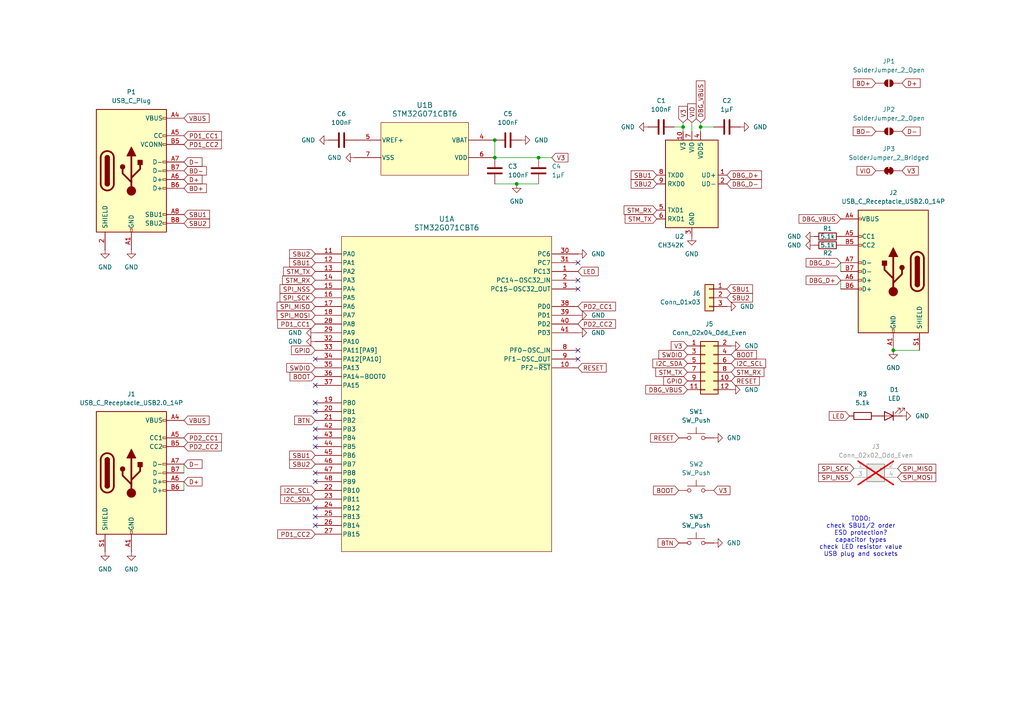
<source format=kicad_sch>
(kicad_sch (version 20231120) (generator "eeschema") (generator_version "8.0")
  (paper "A4")
  (lib_symbols
    (symbol "Connector:USB_C_Plug" (pin_names (offset 1.016))
      (property "Reference" "P1" (at 0 33.02 0))
      (property "Value" "USB_C_Plug" (at 0 30.48 0))
      (symbol "USB_C_Plug_0_0"
        (rectangle (start -0.254 -6.604) (end 0.254 -7.62))
        (rectangle (start 9.144 5.334) (end 10.16 4.826))
        (rectangle (start 9.144 7.874) (end 10.16 7.366))
        (rectangle (start 9.144 10.414) (end 10.16 9.906))
        (rectangle (start 9.144 12.954) (end 10.16 12.446))
        (rectangle (start 9.144 18.034) (end 10.16 17.526))
        (rectangle (start 10.16 -4.826) (end 9.144 -5.334))
        (rectangle (start 10.16 -2.286) (end 9.144 -2.794))
        (rectangle (start 10.16 20.574) (end 9.144 20.066))
        (rectangle (start 10.16 25.654) (end 9.144 25.146))
      )
      (symbol "USB_C_Plug_0_1"
        (rectangle (start -10.16 27.94) (end 10.16 -7.62) (stroke (width 0.254)) (fill (type background)))
        (arc (start -8.89 6.35) (mid -6.985 4.4533) (end -5.08 6.35) (stroke (width 0.508)))
        (arc (start -7.62 6.35) (mid -6.985 5.7177) (end -6.35 6.35) (stroke (width 0.254)))
        (arc (start -7.62 6.35) (mid -6.985 5.7177) (end -6.35 6.35) (stroke (width 0.254)) (fill (type outline)))
        (rectangle (start -7.62 6.35) (end -6.35 13.97) (stroke (width 0.254)) (fill (type outline)))
        (arc (start -6.35 13.97) (mid -6.985 14.6023) (end -7.62 13.97) (stroke (width 0.254)))
        (arc (start -6.35 13.97) (mid -6.985 14.6023) (end -7.62 13.97) (stroke (width 0.254)) (fill (type outline)))
        (arc (start -5.08 13.97) (mid -6.985 15.8667) (end -8.89 13.97) (stroke (width 0.508)))
        (polyline (pts (xy -8.89 6.35) (xy -8.89 13.97)) (stroke (width 0.508)))
        (polyline (pts (xy -5.08 13.97) (xy -5.08 6.35)) (stroke (width 0.508)))
      )
      (symbol "USB_C_Plug_1_1"
        (circle (center -2.54 11.303) (radius 0.635) (stroke (width 0.254)) (fill (type outline)))
        (polyline (pts (xy 0 4.318) (xy 0 14.478)) (stroke (width 0.508)))
        (polyline (pts (xy 0 6.858) (xy -2.54 9.398) (xy -2.54 10.668)) (stroke (width 0.508)))
        (polyline (pts (xy 0 8.128) (xy 2.54 10.668) (xy 2.54 11.938)) (stroke (width 0.508)))
        (polyline (pts (xy -1.27 14.478) (xy 0 17.018) (xy 1.27 14.478) (xy -1.27 14.478)) (stroke (width 0.254)) (fill (type outline)))
        (circle (center 0 4.318) (radius 1.27) (fill (type outline)))
        (rectangle (start 1.905 11.938) (end 3.175 13.208) (stroke (width 0.254)) (fill (type outline)))
        (pin passive line (at -7.62 -12.7 90) (length 5.08) (name "SHIELD") (number "2"))
        (pin passive line (at -7.62 -12.7 90) (length 5.08) hide (name "SHIELD") (number "3"))
        (pin passive line (at 0 -12.7 90) (length 5.08) (name "GND") (number "A1"))
        (pin passive line (at 0 -12.7 90) (length 5.08) hide (name "GND") (number "A12"))
        (pin passive line (at 15.24 25.4 180) (length 5.08) (name "VBUS") (number "A4"))
        (pin bidirectional line (at 15.24 20.32 180) (length 5.08) (name "CC") (number "A5"))
        (pin bidirectional line (at 15.24 7.62 180) (length 5.08) (name "D+") (number "A6"))
        (pin bidirectional line (at 15.24 12.7 180) (length 5.08) (name "D-") (number "A7"))
        (pin bidirectional line (at 15.24 -2.54 180) (length 5.08) (name "SBU1") (number "A8"))
        (pin passive line (at 15.24 25.4 180) (length 5.08) hide (name "VBUS") (number "A9"))
        (pin passive line (at 0 -12.7 90) (length 5.08) hide (name "GND") (number "B1"))
        (pin passive line (at 0 -12.7 90) (length 5.08) hide (name "GND") (number "B12"))
        (pin passive line (at 15.24 25.4 180) (length 5.08) hide (name "VBUS") (number "B4"))
        (pin bidirectional line (at 15.24 17.78 180) (length 5.08) (name "VCONN") (number "B5"))
        (pin bidirectional line (at 15.24 5.08 180) (length 5.08) (name "D+") (number "B6"))
        (pin bidirectional line (at 15.24 10.16 180) (length 5.08) (name "D-") (number "B7"))
        (pin bidirectional line (at 15.24 -5.08 180) (length 5.08) (name "SBU2") (number "B8"))
        (pin passive line (at 15.24 25.4 180) (length 5.08) hide (name "VBUS") (number "B9"))
      )
    )
    (symbol "Connector:USB_C_Receptacle_USB2.0_14P" (pin_names (offset 1.016))
      (property "Reference" "J2" (at 0 22.86 0))
      (property "Value" "USB_C_Receptacle_USB2.0_14P" (at 0 20.32 0))
      (symbol "USB_C_Receptacle_USB2.0_14P_0_0"
        (rectangle (start -0.254 -17.78) (end 0.254 -16.764))
        (rectangle (start 10.16 -4.826) (end 9.144 -5.334))
        (rectangle (start 10.16 -2.286) (end 9.144 -2.794))
        (rectangle (start 10.16 0.254) (end 9.144 -0.254))
        (rectangle (start 10.16 2.794) (end 9.144 2.286))
        (rectangle (start 10.16 7.874) (end 9.144 7.366))
        (rectangle (start 10.16 10.414) (end 9.144 9.906))
        (rectangle (start 10.16 15.494) (end 9.144 14.986))
      )
      (symbol "USB_C_Receptacle_USB2.0_14P_0_1"
        (rectangle (start -10.16 17.78) (end 10.16 -17.78) (stroke (width 0.254)) (fill (type background)))
        (arc (start -8.89 -3.81) (mid -6.985 -5.7067) (end -5.08 -3.81) (stroke (width 0.508)))
        (arc (start -7.62 -3.81) (mid -6.985 -4.4423) (end -6.35 -3.81) (stroke (width 0.254)))
        (arc (start -7.62 -3.81) (mid -6.985 -4.4423) (end -6.35 -3.81) (stroke (width 0.254)) (fill (type outline)))
        (rectangle (start -7.62 -3.81) (end -6.35 3.81) (stroke (width 0.254)) (fill (type outline)))
        (arc (start -6.35 3.81) (mid -6.985 4.4423) (end -7.62 3.81) (stroke (width 0.254)))
        (arc (start -6.35 3.81) (mid -6.985 4.4423) (end -7.62 3.81) (stroke (width 0.254)) (fill (type outline)))
        (arc (start -5.08 3.81) (mid -6.985 5.7067) (end -8.89 3.81) (stroke (width 0.508)))
        (circle (center -2.54 1.143) (radius 0.635) (stroke (width 0.254)) (fill (type outline)))
        (circle (center 0 -5.842) (radius 1.27) (fill (type outline)))
        (polyline (pts (xy -8.89 -3.81) (xy -8.89 3.81)) (stroke (width 0.508)))
        (polyline (pts (xy -5.08 3.81) (xy -5.08 -3.81)) (stroke (width 0.508)))
        (polyline (pts (xy 0 -5.842) (xy 0 4.318)) (stroke (width 0.508)))
        (polyline (pts (xy 0 -3.302) (xy -2.54 -0.762) (xy -2.54 0.508)) (stroke (width 0.508)))
        (polyline (pts (xy 0 -2.032) (xy 2.54 0.508) (xy 2.54 1.778)) (stroke (width 0.508)))
        (polyline (pts (xy -1.27 4.318) (xy 0 6.858) (xy 1.27 4.318) (xy -1.27 4.318)) (stroke (width 0.254)) (fill (type outline)))
        (rectangle (start 1.905 1.778) (end 3.175 3.048) (stroke (width 0.254)) (fill (type outline)))
      )
      (symbol "USB_C_Receptacle_USB2.0_14P_1_1"
        (pin passive line (at 0 -22.86 90) (length 5.08) (name "GND") (number "A1"))
        (pin passive line (at 15.24 15.24 180) (length 5.08) (name "VBUS") (number "A4"))
        (pin bidirectional line (at 15.24 10.16 180) (length 5.08) (name "CC1") (number "A5"))
        (pin bidirectional line (at 15.24 -2.54 180) (length 5.08) (name "D+") (number "A6"))
        (pin bidirectional line (at 15.24 2.54 180) (length 5.08) (name "D-") (number "A7"))
        (pin passive line (at 0 -22.86 90) (length 5.08) hide (name "GND") (number "B1"))
        (pin passive line (at 15.24 15.24 180) (length 5.08) hide (name "VBUS") (number "B4"))
        (pin bidirectional line (at 15.24 7.62 180) (length 5.08) (name "CC2") (number "B5"))
        (pin bidirectional line (at 15.24 -5.08 180) (length 5.08) (name "D+") (number "B6"))
        (pin bidirectional line (at 15.24 0 180) (length 5.08) (name "D-") (number "B7"))
        (pin passive line (at -7.62 -22.86 90) (length 5.08) (name "SHIELD") (number "S1"))
      )
    )
    (symbol "Connector_Generic:Conn_01x03" (pin_names (offset 1.016) hide)
      (property "Reference" "J" (at 0 5.08 0))
      (property "Value" "Conn_01x03" (at 0 -5.08 0))
      (symbol "Conn_01x03_1_1"
        (rectangle (start -1.27 -2.413) (end 0 -2.667) (stroke (width 0.1524)))
        (rectangle (start -1.27 0.127) (end 0 -0.127) (stroke (width 0.1524)))
        (rectangle (start -1.27 2.667) (end 0 2.413) (stroke (width 0.1524)))
        (rectangle (start -1.27 3.81) (end 1.27 -3.81) (stroke (width 0.254)) (fill (type background)))
        (pin passive line (at -5.08 2.54 0) (length 3.81) (name "Pin_1") (number "1"))
        (pin passive line (at -5.08 0 0) (length 3.81) (name "Pin_2") (number "2"))
        (pin passive line (at -5.08 -2.54 0) (length 3.81) (name "Pin_3") (number "3"))
      )
    )
    (symbol "Connector_Generic:Conn_02x02_Odd_Even" (pin_names (offset 1.016) hide)
      (property "Reference" "J" (at 1.27 2.54 0))
      (property "Value" "Conn_02x02_Odd_Even" (at 1.27 -5.08 0))
      (symbol "Conn_02x02_Odd_Even_1_1"
        (rectangle (start -1.27 -2.413) (end 0 -2.667) (stroke (width 0.1524)))
        (rectangle (start -1.27 0.127) (end 0 -0.127) (stroke (width 0.1524)))
        (rectangle (start -1.27 1.27) (end 3.81 -3.81) (stroke (width 0.254)) (fill (type background)))
        (rectangle (start 3.81 -2.413) (end 2.54 -2.667) (stroke (width 0.1524)))
        (rectangle (start 3.81 0.127) (end 2.54 -0.127) (stroke (width 0.1524)))
        (pin passive line (at -5.08 0 0) (length 3.81) (name "Pin_1") (number "1"))
        (pin passive line (at 7.62 0 180) (length 3.81) (name "Pin_2") (number "2"))
        (pin passive line (at -5.08 -2.54 0) (length 3.81) (name "Pin_3") (number "3"))
        (pin passive line (at 7.62 -2.54 180) (length 3.81) (name "Pin_4") (number "4"))
      )
    )
    (symbol "Connector_Generic:Conn_02x06_Odd_Even" (pin_names (offset 1.016) hide)
      (property "Reference" "J" (at 1.27 7.62 0))
      (property "Value" "Conn_02x06_Odd_Even" (at 1.27 -10.16 0))
      (symbol "Conn_02x06_Odd_Even_1_1"
        (rectangle (start -1.27 -7.493) (end 0 -7.747) (stroke (width 0.1524)))
        (rectangle (start -1.27 -4.953) (end 0 -5.207) (stroke (width 0.1524)))
        (rectangle (start -1.27 -2.413) (end 0 -2.667) (stroke (width 0.1524)))
        (rectangle (start -1.27 0.127) (end 0 -0.127) (stroke (width 0.1524)))
        (rectangle (start -1.27 2.667) (end 0 2.413) (stroke (width 0.1524)))
        (rectangle (start -1.27 5.207) (end 0 4.953) (stroke (width 0.1524)))
        (rectangle (start -1.27 6.35) (end 3.81 -8.89) (stroke (width 0.254)) (fill (type background)))
        (rectangle (start 3.81 -7.493) (end 2.54 -7.747) (stroke (width 0.1524)))
        (rectangle (start 3.81 -4.953) (end 2.54 -5.207) (stroke (width 0.1524)))
        (rectangle (start 3.81 -2.413) (end 2.54 -2.667) (stroke (width 0.1524)))
        (rectangle (start 3.81 0.127) (end 2.54 -0.127) (stroke (width 0.1524)))
        (rectangle (start 3.81 2.667) (end 2.54 2.413) (stroke (width 0.1524)))
        (rectangle (start 3.81 5.207) (end 2.54 4.953) (stroke (width 0.1524)))
        (pin passive line (at -5.08 5.08 0) (length 3.81) (name "Pin_1") (number "1"))
        (pin passive line (at 7.62 -5.08 180) (length 3.81) (name "Pin_10") (number "10"))
        (pin passive line (at -5.08 -7.62 0) (length 3.81) (name "Pin_11") (number "11"))
        (pin passive line (at 7.62 -7.62 180) (length 3.81) (name "Pin_12") (number "12"))
        (pin passive line (at 7.62 5.08 180) (length 3.81) (name "Pin_2") (number "2"))
        (pin passive line (at -5.08 2.54 0) (length 3.81) (name "Pin_3") (number "3"))
        (pin passive line (at 7.62 2.54 180) (length 3.81) (name "Pin_4") (number "4"))
        (pin passive line (at -5.08 0 0) (length 3.81) (name "Pin_5") (number "5"))
        (pin passive line (at 7.62 0 180) (length 3.81) (name "Pin_6") (number "6"))
        (pin passive line (at -5.08 -2.54 0) (length 3.81) (name "Pin_7") (number "7"))
        (pin passive line (at 7.62 -2.54 180) (length 3.81) (name "Pin_8") (number "8"))
        (pin passive line (at -5.08 -5.08 0) (length 3.81) (name "Pin_9") (number "9"))
      )
    )
    (symbol "Debubo:STM32G071CBT6" (pin_names (offset 0.254))
      (property "Reference" "U" (at 38.1 10.16 0))
      (property "Value" "STM32G071CBT6" (at 38.1 7.62 0))
      (symbol "STM32G071CBT6_1_1"
        (rectangle (start 7.62 5.08) (end 68.58 -86.36) (fill (type background)))
        (pin bidirectional line (at 76.2 -5.08 180) (length 7.62) (name "PC13") (number "1"))
        (pin bidirectional line (at 76.2 -33.02 180) (length 7.62) (name "PF2-~{RST}") (number "10"))
        (pin bidirectional line (at 0 0 0) (length 7.62) (name "PA0") (number "11"))
        (pin bidirectional line (at 0 -2.54 0) (length 7.62) (name "PA1") (number "12"))
        (pin bidirectional line (at 0 -5.08 0) (length 7.62) (name "PA2") (number "13"))
        (pin bidirectional line (at 0 -7.62 0) (length 7.62) (name "PA3") (number "14"))
        (pin bidirectional line (at 0 -10.16 0) (length 7.62) (name "PA4") (number "15"))
        (pin bidirectional line (at 0 -12.7 0) (length 7.62) (name "PA5") (number "16"))
        (pin bidirectional line (at 0 -15.24 0) (length 7.62) (name "PA6") (number "17"))
        (pin bidirectional line (at 0 -17.78 0) (length 7.62) (name "PA7") (number "18"))
        (pin bidirectional line (at 0 -43.18 0) (length 7.62) (name "PB0") (number "19"))
        (pin bidirectional line (at 76.2 -7.62 180) (length 7.62) (name "PC14-OSC32_IN") (number "2"))
        (pin bidirectional line (at 0 -45.72 0) (length 7.62) (name "PB1") (number "20"))
        (pin bidirectional line (at 0 -48.26 0) (length 7.62) (name "PB2") (number "21"))
        (pin bidirectional line (at 0 -68.58 0) (length 7.62) (name "PB10") (number "22"))
        (pin bidirectional line (at 0 -71.12 0) (length 7.62) (name "PB11") (number "23"))
        (pin bidirectional line (at 0 -73.66 0) (length 7.62) (name "PB12") (number "24"))
        (pin bidirectional line (at 0 -76.2 0) (length 7.62) (name "PB13") (number "25"))
        (pin bidirectional line (at 0 -78.74 0) (length 7.62) (name "PB14") (number "26"))
        (pin bidirectional line (at 0 -81.28 0) (length 7.62) (name "PB15") (number "27"))
        (pin bidirectional line (at 0 -20.32 0) (length 7.62) (name "PA8") (number "28"))
        (pin bidirectional line (at 0 -22.86 0) (length 7.62) (name "PA9") (number "29"))
        (pin bidirectional line (at 76.2 -10.16 180) (length 7.62) (name "PC15-OSC32_OUT") (number "3"))
        (pin bidirectional line (at 76.2 0 180) (length 7.62) (name "PC6") (number "30"))
        (pin bidirectional line (at 76.2 -2.54 180) (length 7.62) (name "PC7") (number "31"))
        (pin bidirectional line (at 0 -25.4 0) (length 7.62) (name "PA10") (number "32"))
        (pin bidirectional line (at 0 -27.94 0) (length 7.62) (name "PA11[PA9]") (number "33"))
        (pin bidirectional line (at 0 -30.48 0) (length 7.62) (name "PA12[PA10]") (number "34"))
        (pin bidirectional line (at 0 -33.02 0) (length 7.62) (name "PA13") (number "35"))
        (pin bidirectional line (at 0 -35.56 0) (length 7.62) (name "PA14-BOOT0") (number "36"))
        (pin bidirectional line (at 0 -38.1 0) (length 7.62) (name "PA15") (number "37"))
        (pin bidirectional line (at 76.2 -15.24 180) (length 7.62) (name "PD0") (number "38"))
        (pin bidirectional line (at 76.2 -17.78 180) (length 7.62) (name "PD1") (number "39"))
        (pin bidirectional line (at 76.2 -20.32 180) (length 7.62) (name "PD2") (number "40"))
        (pin bidirectional line (at 76.2 -22.86 180) (length 7.62) (name "PD3") (number "41"))
        (pin bidirectional line (at 0 -50.8 0) (length 7.62) (name "PB3") (number "42"))
        (pin bidirectional line (at 0 -53.34 0) (length 7.62) (name "PB4") (number "43"))
        (pin bidirectional line (at 0 -55.88 0) (length 7.62) (name "PB5") (number "44"))
        (pin bidirectional line (at 0 -58.42 0) (length 7.62) (name "PB6") (number "45"))
        (pin bidirectional line (at 0 -60.96 0) (length 7.62) (name "PB7") (number "46"))
        (pin bidirectional line (at 0 -63.5 0) (length 7.62) (name "PB8") (number "47"))
        (pin bidirectional line (at 0 -66.04 0) (length 7.62) (name "PB9") (number "48"))
        (pin bidirectional line (at 76.2 -27.94 180) (length 7.62) (name "PF0-OSC_IN") (number "8"))
        (pin bidirectional line (at 76.2 -30.48 180) (length 7.62) (name "PF1-OSC_OUT") (number "9"))
      )
      (symbol "STM32G071CBT6_2_1"
        (rectangle (start 7.62 5.08) (end 33.02 -10.16) (fill (type background)))
        (pin power_in line (at 40.64 0 180) (length 7.62) (name "VBAT") (number "4"))
        (pin power_in line (at 0 0 0) (length 7.62) (name "VREF+") (number "5"))
        (pin power_in line (at 40.64 -5.08 180) (length 7.62) (name "VDD") (number "6"))
        (pin power_in line (at 0 -5.08 0) (length 7.62) (name "VSS") (number "7"))
      )
    )
    (symbol "Device:C" (pin_numbers hide) (pin_names (offset 0.254))
      (property "Reference" "C" (at 0.635 2.54 0))
      (property "Value" "C" (at 0.635 -2.54 0))
      (symbol "C_0_1"
        (polyline (pts (xy -2.032 -0.762) (xy 2.032 -0.762)) (stroke (width 0.508)))
        (polyline (pts (xy -2.032 0.762) (xy 2.032 0.762)) (stroke (width 0.508)))
      )
      (symbol "C_1_1"
        (pin passive line (at 0 3.81 270) (length 2.794) (name "~") (number "1"))
        (pin passive line (at 0 -3.81 90) (length 2.794) (name "~") (number "2"))
      )
    )
    (symbol "Device:LED" (pin_numbers hide) (pin_names (offset 1.016) hide)
      (property "Reference" "D" (at 0 2.54 0))
      (property "Value" "LED" (at 0 -2.54 0))
      (symbol "LED_0_1"
        (polyline (pts (xy -1.27 -1.27) (xy -1.27 1.27)) (stroke (width 0.254)))
        (polyline (pts (xy -1.27 0) (xy 1.27 0)))
        (polyline (pts (xy 1.27 -1.27) (xy 1.27 1.27) (xy -1.27 0) (xy 1.27 -1.27)) (stroke (width 0.254)))
        (polyline (pts (xy -3.048 -0.762) (xy -4.572 -2.286) (xy -3.81 -2.286) (xy -4.572 -2.286) (xy -4.572 -1.524)))
        (polyline (pts (xy -1.778 -0.762) (xy -3.302 -2.286) (xy -2.54 -2.286) (xy -3.302 -2.286) (xy -3.302 -1.524)))
      )
      (symbol "LED_1_1"
        (pin passive line (at -3.81 0 0) (length 2.54) (name "K") (number "1"))
        (pin passive line (at 3.81 0 180) (length 2.54) (name "A") (number "2"))
      )
    )
    (symbol "Device:R" (pin_numbers hide) (pin_names (offset 0))
      (property "Reference" "R" (at 2.032 0 90))
      (property "Value" "R" (at 0 0 90))
      (symbol "R_0_1"
        (rectangle (start -1.016 -2.54) (end 1.016 2.54) (stroke (width 0.254)))
      )
      (symbol "R_1_1"
        (pin passive line (at 0 3.81 270) (length 1.27) (name "~") (number "1"))
        (pin passive line (at 0 -3.81 90) (length 1.27) (name "~") (number "2"))
      )
    )
    (symbol "Interface_USB:CH340K"
      (property "Reference" "U2" (at 2.1941 -15.24 0))
      (property "Value" "CH342K" (at 2.1941 -17.78 0))
      (symbol "CH340K_0_1"
        (rectangle (start -7.62 12.7) (end 7.62 -12.7) (stroke (width 0.254)) (fill (type background)))
      )
      (symbol "CH340K_1_0"
        (pin passive line (at 0 -15.24 90) (length 2.54) hide (name "GND") (number "11"))
      )
      (symbol "CH340K_1_1"
        (pin bidirectional line (at -10.16 2.54 0) (length 2.54) (name "UD+") (number "1"))
        (pin passive line (at 2.54 15.24 270) (length 2.54) (name "V3") (number "10"))
        (pin bidirectional line (at -10.16 0 0) (length 2.54) (name "UD-") (number "2"))
        (pin power_in line (at 0 -15.24 90) (length 2.54) (name "GND") (number "3"))
        (pin power_in line (at -2.54 15.24 270) (length 2.54) (name "VDD5") (number "4"))
        (pin output line (at 10.16 -7.62 180) (length 2.54) (name "TXD1") (number "5"))
        (pin input line (at 10.16 -10.16 180) (length 2.54) (name "RXD1") (number "6"))
        (pin power_in line (at 0 15.24 270) (length 2.54) (name "VIO") (number "7"))
        (pin output line (at 10.16 2.54 180) (length 2.54) (name "TXD0") (number "8"))
        (pin input line (at 10.16 0 180) (length 2.54) (name "RXD0") (number "9"))
      )
    )
    (symbol "Jumper:SolderJumper_2_Bridged" (pin_numbers hide) (pin_names (offset 0) hide) (exclude_from_sim yes) (in_bom no)
      (property "Reference" "JP" (at 0 2.032 0))
      (property "Value" "SolderJumper_2_Bridged" (at 0 -2.54 0))
      (symbol "SolderJumper_2_Bridged_0_1"
        (rectangle (start -0.508 0.508) (end 0.508 -0.508) (fill (type outline)))
        (arc (start -0.254 1.016) (mid -1.2656 0) (end -0.254 -1.016))
        (arc (start -0.254 1.016) (mid -1.2656 0) (end -0.254 -1.016) (fill (type outline)))
        (polyline (pts (xy -0.254 1.016) (xy -0.254 -1.016)))
        (polyline (pts (xy 0.254 1.016) (xy 0.254 -1.016)))
        (arc (start 0.254 -1.016) (mid 1.2656 0) (end 0.254 1.016))
        (arc (start 0.254 -1.016) (mid 1.2656 0) (end 0.254 1.016) (fill (type outline)))
      )
      (symbol "SolderJumper_2_Bridged_1_1"
        (pin passive line (at -3.81 0 0) (length 2.54) (name "A") (number "1"))
        (pin passive line (at 3.81 0 180) (length 2.54) (name "B") (number "2"))
      )
    )
    (symbol "Jumper:SolderJumper_2_Open" (pin_numbers hide) (pin_names (offset 0) hide) (exclude_from_sim yes) (in_bom no)
      (property "Reference" "JP" (at 0 2.032 0))
      (property "Value" "SolderJumper_2_Open" (at 0 -2.54 0))
      (symbol "SolderJumper_2_Open_0_1"
        (arc (start -0.254 1.016) (mid -1.2656 0) (end -0.254 -1.016))
        (arc (start -0.254 1.016) (mid -1.2656 0) (end -0.254 -1.016) (fill (type outline)))
        (polyline (pts (xy -0.254 1.016) (xy -0.254 -1.016)))
        (polyline (pts (xy 0.254 1.016) (xy 0.254 -1.016)))
        (arc (start 0.254 -1.016) (mid 1.2656 0) (end 0.254 1.016))
        (arc (start 0.254 -1.016) (mid 1.2656 0) (end 0.254 1.016) (fill (type outline)))
      )
      (symbol "SolderJumper_2_Open_1_1"
        (pin passive line (at -3.81 0 0) (length 2.54) (name "A") (number "1"))
        (pin passive line (at 3.81 0 180) (length 2.54) (name "B") (number "2"))
      )
    )
    (symbol "Switch:SW_Push" (pin_numbers hide) (pin_names (offset 1.016) hide)
      (property "Reference" "SW" (at 1.27 2.54 0))
      (property "Value" "SW_Push" (at 0 -1.524 0))
      (symbol "SW_Push_0_1"
        (circle (center -2.032 0) (radius 0.508))
        (polyline (pts (xy 0 1.27) (xy 0 3.048)))
        (polyline (pts (xy 2.54 1.27) (xy -2.54 1.27)))
        (circle (center 2.032 0) (radius 0.508))
        (pin passive line (at -5.08 0 0) (length 2.54) (name "1") (number "1"))
        (pin passive line (at 5.08 0 180) (length 2.54) (name "2") (number "2"))
      )
    )
    (symbol "USB_C_Receptacle_USB2.0_14P_1" (pin_names (offset 1.016))
      (property "Reference" "J1" (at 0 22.86 0))
      (property "Value" "USB_C_Receptacle_USB2.0_14P" (at 0 20.32 0))
      (symbol "USB_C_Receptacle_USB2.0_14P_1_0_0"
        (rectangle (start -0.254 -17.78) (end 0.254 -16.764))
        (rectangle (start 10.16 -4.826) (end 9.144 -5.334))
        (rectangle (start 10.16 -2.286) (end 9.144 -2.794))
        (rectangle (start 10.16 0.254) (end 9.144 -0.254))
        (rectangle (start 10.16 2.794) (end 9.144 2.286))
        (rectangle (start 10.16 7.874) (end 9.144 7.366))
        (rectangle (start 10.16 10.414) (end 9.144 9.906))
        (rectangle (start 10.16 15.494) (end 9.144 14.986))
      )
      (symbol "USB_C_Receptacle_USB2.0_14P_1_0_1"
        (rectangle (start -10.16 17.78) (end 10.16 -17.78) (stroke (width 0.254)) (fill (type background)))
        (arc (start -8.89 -3.81) (mid -6.985 -5.7067) (end -5.08 -3.81) (stroke (width 0.508)))
        (arc (start -7.62 -3.81) (mid -6.985 -4.4423) (end -6.35 -3.81) (stroke (width 0.254)))
        (arc (start -7.62 -3.81) (mid -6.985 -4.4423) (end -6.35 -3.81) (stroke (width 0.254)) (fill (type outline)))
        (rectangle (start -7.62 -3.81) (end -6.35 3.81) (stroke (width 0.254)) (fill (type outline)))
        (arc (start -6.35 3.81) (mid -6.985 4.4423) (end -7.62 3.81) (stroke (width 0.254)))
        (arc (start -6.35 3.81) (mid -6.985 4.4423) (end -7.62 3.81) (stroke (width 0.254)) (fill (type outline)))
        (arc (start -5.08 3.81) (mid -6.985 5.7067) (end -8.89 3.81) (stroke (width 0.508)))
        (circle (center -2.54 1.143) (radius 0.635) (stroke (width 0.254)) (fill (type outline)))
        (circle (center 0 -5.842) (radius 1.27) (fill (type outline)))
        (polyline (pts (xy -8.89 -3.81) (xy -8.89 3.81)) (stroke (width 0.508)))
        (polyline (pts (xy -5.08 3.81) (xy -5.08 -3.81)) (stroke (width 0.508)))
        (polyline (pts (xy 0 -5.842) (xy 0 4.318)) (stroke (width 0.508)))
        (polyline (pts (xy 0 -3.302) (xy -2.54 -0.762) (xy -2.54 0.508)) (stroke (width 0.508)))
        (polyline (pts (xy 0 -2.032) (xy 2.54 0.508) (xy 2.54 1.778)) (stroke (width 0.508)))
        (polyline (pts (xy -1.27 4.318) (xy 0 6.858) (xy 1.27 4.318) (xy -1.27 4.318)) (stroke (width 0.254)) (fill (type outline)))
        (rectangle (start 1.905 1.778) (end 3.175 3.048) (stroke (width 0.254)) (fill (type outline)))
      )
      (symbol "USB_C_Receptacle_USB2.0_14P_1_1_1"
        (pin passive line (at 0 -22.86 90) (length 5.08) (name "GND") (number "A1"))
        (pin passive line (at 15.24 15.24 180) (length 5.08) (name "VBUS") (number "A4"))
        (pin bidirectional line (at 15.24 10.16 180) (length 5.08) (name "CC1") (number "A5"))
        (pin bidirectional line (at 15.24 -2.54 180) (length 5.08) (name "D+") (number "A6"))
        (pin bidirectional line (at 15.24 2.54 180) (length 5.08) (name "D-") (number "A7"))
        (pin passive line (at 0 -22.86 90) (length 5.08) hide (name "GND") (number "B1"))
        (pin passive line (at 15.24 15.24 180) (length 5.08) hide (name "VBUS") (number "B4"))
        (pin bidirectional line (at 15.24 7.62 180) (length 5.08) (name "CC2") (number "B5"))
        (pin bidirectional line (at 15.24 -5.08 180) (length 5.08) (name "D+") (number "B6"))
        (pin bidirectional line (at 15.24 0 180) (length 5.08) (name "D-") (number "B7"))
        (pin passive line (at -7.62 -22.86 90) (length 5.08) (name "SHIELD") (number "S1"))
      )
    )
    (symbol "power:GND" (power) (pin_numbers hide) (pin_names (offset 0) hide)
      (property "Value" "GND" (at 0 -3.81 0))
      (symbol "GND_0_1"
        (polyline (pts (xy 0 0) (xy 0 -1.27) (xy 1.27 -1.27) (xy 0 -2.54) (xy -1.27 -1.27) (xy 0 -1.27)))
      )
      (symbol "GND_1_1"
        (pin power_in line (at 0 0 270) (length 0) (name "~") (number "1"))
      )
    )
  )
  (junction (at 156.21 45.72))
  (junction (at 198.12 36.83))
  (junction (at 259.08 101.6))
  (junction (at 203.2 36.83))
  (junction (at 143.51 45.72))
  (junction (at 143.51 40.64))
  (junction (at 149.86 53.34))
  (no_connect (at 167.64 81.28))
  (no_connect (at 91.44 116.84))
  (no_connect (at 91.44 111.76))
  (no_connect (at 167.64 83.82))
  (no_connect (at 91.44 124.46))
  (no_connect (at 91.44 152.4))
  (no_connect (at 91.44 127))
  (no_connect (at 91.44 139.7))
  (no_connect (at 91.44 149.86))
  (no_connect (at 91.44 119.38))
  (no_connect (at 167.64 104.14))
  (no_connect (at 167.64 76.2))
  (no_connect (at 91.44 137.16))
  (no_connect (at 91.44 129.54))
  (no_connect (at 167.64 101.6))
  (no_connect (at 91.44 104.14))
  (no_connect (at 91.44 147.32))
  (wire (pts (xy 198.12 35.56) (xy 198.12 36.83)))
  (wire (pts (xy 200.66 35.56) (xy 200.66 38.1)))
  (wire (pts (xy 143.51 40.64) (xy 143.51 45.72)))
  (wire (pts (xy 156.21 45.72) (xy 160.02 45.72)))
  (wire (pts (xy 53.34 134.62) (xy 53.34 137.16)))
  (wire (pts (xy 143.51 45.72) (xy 156.21 45.72)))
  (wire (pts (xy 143.51 53.34) (xy 149.86 53.34)))
  (wire (pts (xy 53.34 139.7) (xy 53.34 142.24)))
  (wire (pts (xy 243.84 81.28) (xy 243.84 83.82)))
  (wire (pts (xy 203.2 36.83) (xy 203.2 38.1)))
  (wire (pts (xy 243.84 76.2) (xy 243.84 78.74)))
  (wire (pts (xy 259.08 101.6) (xy 266.7 101.6)))
  (wire (pts (xy 203.2 35.56) (xy 203.2 36.83)))
  (wire (pts (xy 207.01 36.83) (xy 203.2 36.83)))
  (wire (pts (xy 149.86 53.34) (xy 156.21 53.34)))
  (wire (pts (xy 195.58 36.83) (xy 198.12 36.83)))
  (wire (pts (xy 198.12 36.83) (xy 198.12 38.1)))
  (text "TODO:\ncheck SBU1/2 order\nESD protection?\ncapacitor types\ncheck LED resistor value\nUSB plug and sockets" (at 249.682 155.702 0) (effects (font (size 1.27 1.27))))
  (global_label "V3" (shape input) (at 199.39 100.33 180) (property "Intersheetrefs" "${INTERSHEET_REFS}" (effects (hide yes))))
  (global_label "BTN" (shape input) (at 91.44 121.92 180) (property "Intersheetrefs" "${INTERSHEET_REFS}" (effects (hide yes))))
  (global_label "BD+" (shape input) (at 53.34 54.61 0) (property "Intersheetrefs" "${INTERSHEET_REFS}" (effects (hide yes))))
  (global_label "DBG_D+" (shape input) (at 210.82 50.8 0) (property "Intersheetrefs" "${INTERSHEET_REFS}" (effects (hide yes))))
  (global_label "SPI_SCK" (shape input) (at 91.44 86.36 180) (property "Intersheetrefs" "${INTERSHEET_REFS}" (effects (hide yes))))
  (global_label "PD1_CC1" (shape input) (at 91.44 93.98 180) (property "Intersheetrefs" "${INTERSHEET_REFS}" (effects (hide yes))))
  (global_label "SBU2" (shape input) (at 91.44 134.62 180) (property "Intersheetrefs" "${INTERSHEET_REFS}" (effects (hide yes))))
  (global_label "RESET" (shape input) (at 196.85 127 180) (property "Intersheetrefs" "${INTERSHEET_REFS}" (effects (hide yes))))
  (global_label "GPIO" (shape input) (at 199.39 110.49 180) (property "Intersheetrefs" "${INTERSHEET_REFS}" (effects (hide yes))))
  (global_label "PD1_CC2" (shape input) (at 53.34 41.91 0) (property "Intersheetrefs" "${INTERSHEET_REFS}" (effects (hide yes))))
  (global_label "STM_TX" (shape input) (at 199.39 107.95 180) (property "Intersheetrefs" "${INTERSHEET_REFS}" (effects (hide yes))))
  (global_label "SPI_MOSI" (shape input) (at 260.35 138.43 0) (property "Intersheetrefs" "${INTERSHEET_REFS}" (effects (hide yes))))
  (global_label "VIO" (shape input) (at 200.66 35.56 90) (property "Intersheetrefs" "${INTERSHEET_REFS}" (effects (hide yes))))
  (global_label "SBU2" (shape input) (at 91.44 73.66 180) (property "Intersheetrefs" "${INTERSHEET_REFS}" (effects (hide yes))))
  (global_label "V3" (shape input) (at 160.02 45.72 0) (property "Intersheetrefs" "${INTERSHEET_REFS}" (effects (hide yes))))
  (global_label "VBUS" (shape input) (at 53.34 121.92 0) (property "Intersheetrefs" "${INTERSHEET_REFS}" (effects (hide yes))))
  (global_label "PD2_CC2" (shape input) (at 53.34 129.54 0) (property "Intersheetrefs" "${INTERSHEET_REFS}" (effects (hide yes))))
  (global_label "I2C_SDA" (shape input) (at 91.44 144.78 180) (property "Intersheetrefs" "${INTERSHEET_REFS}" (effects (hide yes))))
  (global_label "BOOT" (shape input) (at 196.85 142.24 180) (property "Intersheetrefs" "${INTERSHEET_REFS}" (effects (hide yes))))
  (global_label "V3" (shape input) (at 261.62 49.53 0) (property "Intersheetrefs" "${INTERSHEET_REFS}" (effects (hide yes))))
  (global_label "GPIO" (shape input) (at 91.44 101.6 180) (property "Intersheetrefs" "${INTERSHEET_REFS}" (effects (hide yes))))
  (global_label "SPI_MOSI" (shape input) (at 91.44 91.44 180) (property "Intersheetrefs" "${INTERSHEET_REFS}" (effects (hide yes))))
  (global_label "V3" (shape input) (at 207.01 142.24 0) (property "Intersheetrefs" "${INTERSHEET_REFS}" (effects (hide yes))))
  (global_label "SPI_MISO" (shape input) (at 260.35 135.89 0) (property "Intersheetrefs" "${INTERSHEET_REFS}" (effects (hide yes))))
  (global_label "LED" (shape input) (at 167.64 78.74 0) (property "Intersheetrefs" "${INTERSHEET_REFS}" (effects (hide yes))))
  (global_label "SBU1" (shape input) (at 91.44 132.08 180) (property "Intersheetrefs" "${INTERSHEET_REFS}" (effects (hide yes))))
  (global_label "STM_RX" (shape input) (at 190.5 60.96 180) (property "Intersheetrefs" "${INTERSHEET_REFS}" (effects (hide yes))))
  (global_label "BOOT" (shape input) (at 91.44 109.22 180) (property "Intersheetrefs" "${INTERSHEET_REFS}" (effects (hide yes))))
  (global_label "SBU2" (shape input) (at 53.34 64.77 0) (property "Intersheetrefs" "${INTERSHEET_REFS}" (effects (hide yes))))
  (global_label "RESET" (shape input) (at 212.09 110.49 0) (property "Intersheetrefs" "${INTERSHEET_REFS}" (effects (hide yes))))
  (global_label "SPI_NSS" (shape input) (at 91.44 83.82 180) (property "Intersheetrefs" "${INTERSHEET_REFS}" (effects (hide yes))))
  (global_label "I2C_SDA" (shape input) (at 199.39 105.41 180) (property "Intersheetrefs" "${INTERSHEET_REFS}" (effects (hide yes))))
  (global_label "RESET" (shape input) (at 167.64 106.68 0) (property "Intersheetrefs" "${INTERSHEET_REFS}" (effects (hide yes))))
  (global_label "SBU1" (shape input) (at 190.5 50.8 180) (property "Intersheetrefs" "${INTERSHEET_REFS}" (effects (hide yes))))
  (global_label "D-" (shape input) (at 261.62 38.1 0) (property "Intersheetrefs" "${INTERSHEET_REFS}" (effects (hide yes))))
  (global_label "BTN" (shape input) (at 196.85 157.48 180) (property "Intersheetrefs" "${INTERSHEET_REFS}" (effects (hide yes))))
  (global_label "BD+" (shape input) (at 254 24.13 180) (property "Intersheetrefs" "${INTERSHEET_REFS}" (effects (hide yes))))
  (global_label "PD1_CC2" (shape input) (at 91.44 154.94 180) (property "Intersheetrefs" "${INTERSHEET_REFS}" (effects (hide yes))))
  (global_label "D+" (shape input) (at 53.34 139.7 0) (property "Intersheetrefs" "${INTERSHEET_REFS}" (effects (hide yes))))
  (global_label "SPI_MISO" (shape input) (at 91.44 88.9 180) (property "Intersheetrefs" "${INTERSHEET_REFS}" (effects (hide yes))))
  (global_label "VIO" (shape input) (at 254 49.53 180) (property "Intersheetrefs" "${INTERSHEET_REFS}" (effects (hide yes))))
  (global_label "SPI_SCK" (shape input) (at 247.65 135.89 180) (property "Intersheetrefs" "${INTERSHEET_REFS}" (effects (hide yes))))
  (global_label "DBG_D-" (shape input) (at 243.84 76.2 180) (property "Intersheetrefs" "${INTERSHEET_REFS}" (effects (hide yes))))
  (global_label "BD-" (shape input) (at 254 38.1 180) (property "Intersheetrefs" "${INTERSHEET_REFS}" (effects (hide yes))))
  (global_label "V3" (shape input) (at 198.12 35.56 90) (property "Intersheetrefs" "${INTERSHEET_REFS}" (effects (hide yes))))
  (global_label "SBU1" (shape input) (at 53.34 62.23 0) (property "Intersheetrefs" "${INTERSHEET_REFS}" (effects (hide yes))))
  (global_label "SBU1" (shape input) (at 91.44 76.2 180) (property "Intersheetrefs" "${INTERSHEET_REFS}" (effects (hide yes))))
  (global_label "I2C_SCL" (shape input) (at 91.44 142.24 180) (property "Intersheetrefs" "${INTERSHEET_REFS}" (effects (hide yes))))
  (global_label "PD2_CC1" (shape input) (at 167.64 88.9 0) (property "Intersheetrefs" "${INTERSHEET_REFS}" (effects (hide yes))))
  (global_label "DBG_VBUS" (shape input) (at 203.2 35.56 90) (property "Intersheetrefs" "${INTERSHEET_REFS}" (effects (hide yes))))
  (global_label "PD2_CC2" (shape input) (at 167.64 93.98 0) (property "Intersheetrefs" "${INTERSHEET_REFS}" (effects (hide yes))))
  (global_label "BD-" (shape input) (at 53.34 49.53 0) (property "Intersheetrefs" "${INTERSHEET_REFS}" (effects (hide yes))))
  (global_label "STM_TX" (shape input) (at 91.44 78.74 180) (property "Intersheetrefs" "${INTERSHEET_REFS}" (effects (hide yes))))
  (global_label "DBG_VBUS" (shape input) (at 243.84 63.5 180) (property "Intersheetrefs" "${INTERSHEET_REFS}" (effects (hide yes))))
  (global_label "DBG_D-" (shape input) (at 210.82 53.34 0) (property "Intersheetrefs" "${INTERSHEET_REFS}" (effects (hide yes))))
  (global_label "SWDIO" (shape input) (at 91.44 106.68 180) (property "Intersheetrefs" "${INTERSHEET_REFS}" (effects (hide yes))))
  (global_label "VBUS" (shape input) (at 53.34 34.29 0) (property "Intersheetrefs" "${INTERSHEET_REFS}" (effects (hide yes))))
  (global_label "SWDIO" (shape input) (at 199.39 102.87 180) (property "Intersheetrefs" "${INTERSHEET_REFS}" (effects (hide yes))))
  (global_label "SBU2" (shape input) (at 190.5 53.34 180) (property "Intersheetrefs" "${INTERSHEET_REFS}" (effects (hide yes))))
  (global_label "DBG_D+" (shape input) (at 243.84 81.28 180) (property "Intersheetrefs" "${INTERSHEET_REFS}" (effects (hide yes))))
  (global_label "PD2_CC1" (shape input) (at 53.34 127 0) (property "Intersheetrefs" "${INTERSHEET_REFS}" (effects (hide yes))))
  (global_label "SPI_NSS" (shape input) (at 247.65 138.43 180) (property "Intersheetrefs" "${INTERSHEET_REFS}" (effects (hide yes))))
  (global_label "D-" (shape input) (at 53.34 46.99 0) (property "Intersheetrefs" "${INTERSHEET_REFS}" (effects (hide yes))))
  (global_label "STM_TX" (shape input) (at 190.5 63.5 180) (property "Intersheetrefs" "${INTERSHEET_REFS}" (effects (hide yes))))
  (global_label "D+" (shape input) (at 261.62 24.13 0) (property "Intersheetrefs" "${INTERSHEET_REFS}" (effects (hide yes))))
  (global_label "BOOT" (shape input) (at 212.09 102.87 0) (property "Intersheetrefs" "${INTERSHEET_REFS}" (effects (hide yes))))
  (global_label "STM_RX" (shape input) (at 212.09 107.95 0) (property "Intersheetrefs" "${INTERSHEET_REFS}" (effects (hide yes))))
  (global_label "D+" (shape input) (at 53.34 52.07 0) (property "Intersheetrefs" "${INTERSHEET_REFS}" (effects (hide yes))))
  (global_label "PD1_CC1" (shape input) (at 53.34 39.37 0) (property "Intersheetrefs" "${INTERSHEET_REFS}" (effects (hide yes))))
  (global_label "DBG_VBUS" (shape input) (at 199.39 113.03 180) (property "Intersheetrefs" "${INTERSHEET_REFS}" (effects (hide yes))))
  (global_label "I2C_SCL" (shape input) (at 212.09 105.41 0) (property "Intersheetrefs" "${INTERSHEET_REFS}" (effects (hide yes))))
  (global_label "STM_RX" (shape input) (at 91.44 81.28 180) (property "Intersheetrefs" "${INTERSHEET_REFS}" (effects (hide yes))))
  (global_label "SBU1" (shape input) (at 210.82 83.82 0) (property "Intersheetrefs" "${INTERSHEET_REFS}" (effects (hide yes))))
  (global_label "SBU2" (shape input) (at 210.82 86.36 0) (property "Intersheetrefs" "${INTERSHEET_REFS}" (effects (hide yes))))
  (global_label "D-" (shape input) (at 53.34 134.62 0) (property "Intersheetrefs" "${INTERSHEET_REFS}" (effects (hide yes))))
  (global_label "LED" (shape input) (at 246.38 120.65 180) (property "Intersheetrefs" "${INTERSHEET_REFS}" (effects (hide yes))))
  (symbol (lib_id "Device:R") (at 240.03 68.58 90) (unit 1)
    (property "Reference" "R1" (at 240.03 66.294 90))
    (property "Value" "5.1k" (at 240.03 68.58 90))
    (property "Footprint" "Resistor_SMD:R_1206_3216Metric_Pad1.30x1.75mm_HandSolder" (effects (hide yes)))
    (property "Description" "Resistor" (effects (hide yes)))
    (property "LCSC" "C26033" (effects (hide yes)))
  )
  (symbol (lib_id "power:GND") (at 102.87 45.72 270) (unit 1)
    (property "Reference" "#PWR03" (effects (hide yes)))
    (property "Value" "GND" (at 99.06 45.7199 90) (effects (justify right)))
    (property "Description" "Power symbol creates a global label with name \"GND\" , ground" (effects (hide yes)))
  )
  (symbol (lib_id "Switch:SW_Push") (at 201.93 157.48 0) (unit 1)
    (property "Reference" "SW3" (at 201.93 149.86 0))
    (property "Value" "SW_Push" (at 201.93 152.4 0))
    (property "Footprint" "Button_Switch_SMD:SW_SPST_B3U-1000P" (effects (hide yes)))
    (property "Description" "Push button switch, generic, two pins" (effects (hide yes)))
    (property "LCSC" "C231329" (effects (hide yes)))
  )
  (symbol (lib_id "power:GND") (at 91.44 99.06 270) (unit 1)
    (property "Reference" "#PWR020" (effects (hide yes)))
    (property "Value" "GND" (at 87.63 99.0599 90) (effects (justify right)))
    (property "Description" "Power symbol creates a global label with name \"GND\" , ground" (effects (hide yes)))
  )
  (symbol (lib_id "power:GND") (at 210.82 88.9 90) (mirror x) (unit 1)
    (property "Reference" "#PWR015" (effects (hide yes)))
    (property "Value" "GND" (at 214.63 88.8999 90) (effects (justify right)))
    (property "Description" "Power symbol creates a global label with name \"GND\" , ground" (effects (hide yes)))
  )
  (symbol (lib_id "power:GND") (at 95.25 40.64 270) (unit 1)
    (property "Reference" "#PWR017" (effects (hide yes)))
    (property "Value" "GND" (at 91.44 40.6399 90) (effects (justify right)))
    (property "Description" "Power symbol creates a global label with name \"GND\" , ground" (effects (hide yes)))
  )
  (symbol (lib_id "power:GND") (at 236.22 68.58 270) (unit 1)
    (property "Reference" "#PWR018" (effects (hide yes)))
    (property "Value" "GND" (at 232.41 68.5799 90) (effects (justify right)))
    (property "Description" "Power symbol creates a global label with name \"GND\" , ground" (effects (hide yes)))
  )
  (symbol (lib_id "Debubo:STM32G071CBT6") (at 102.87 40.64 0) (unit 2)
    (property "Reference" "U1" (at 123.19 30.48 0) (effects (font (size 1.524 1.524))))
    (property "Value" "STM32G071CBT6" (at 123.19 33.02 0) (effects (font (size 1.524 1.524))))
    (property "Footprint" "Package_QFP:LQFP-48_7x7mm_P0.5mm" (effects (hide yes)))
    (property "Datasheet" "STM32G071CBT6" (effects (hide yes)))
    (property "LCSC" "C432212" (effects (hide yes)))
  )
  (symbol (lib_id "power:GND") (at 212.09 100.33 90) (unit 1)
    (property "Reference" "#PWR016" (effects (hide yes)))
    (property "Value" "GND" (at 215.9 100.3299 90) (effects (justify right)))
    (property "Description" "Power symbol creates a global label with name \"GND\" , ground" (effects (hide yes)))
  )
  (symbol (lib_id "power:GND") (at 30.48 72.39 0) (unit 1)
    (property "Reference" "#PWR025" (effects (hide yes)))
    (property "Value" "GND" (at 30.48 77.47 0))
    (property "Description" "Power symbol creates a global label with name \"GND\" , ground" (effects (hide yes)))
  )
  (symbol (lib_id "Device:C") (at 99.06 40.64 90) (unit 1)
    (property "Reference" "C6" (at 99.06 33.02 90))
    (property "Value" "100nF" (at 99.06 35.56 90))
    (property "Footprint" "Capacitor_SMD:C_1206_3216Metric_Pad1.33x1.80mm_HandSolder" (effects (hide yes)))
    (property "Description" "Unpolarized capacitor" (effects (hide yes)))
    (property "LCSC" "C24497" (effects (hide yes)))
  )
  (symbol (lib_id "Switch:SW_Push") (at 201.93 127 0) (unit 1)
    (property "Reference" "SW1" (at 201.93 119.38 0))
    (property "Value" "SW_Push" (at 201.93 121.92 0))
    (property "Footprint" "Button_Switch_SMD:SW_SPST_B3U-1000P" (effects (hide yes)))
    (property "Description" "Push button switch, generic, two pins" (effects (hide yes)))
    (property "LCSC" "C231329" (effects (hide yes)))
  )
  (symbol (lib_id "Interface_USB:CH340K") (at 200.66 53.34 0) (mirror y) (unit 1)
    (property "Reference" "U2" (at 198.4659 68.58 0) (effects (justify left)))
    (property "Value" "CH342K" (at 198.4659 71.12 0) (effects (justify left)))
    (property "Footprint" "Package_SO:SSOP-10-1EP_3.9x4.9mm_P1mm_EP2.1x3.3mm" (effects (hide yes)))
    (property "Datasheet" "https://www.wch-ic.com/downloads/file/295.html" (effects (hide yes)))
    (property "Description" "USB serial converter, dual UART, SSOP-10" (effects (hide yes)))
    (property "LCSC" "C2826608" (effects (hide yes)))
  )
  (symbol (lib_id "Jumper:SolderJumper_2_Open") (at 257.81 24.13 0) (unit 1) (exclude_from_sim yes) (in_bom no)
    (property "Reference" "JP1" (at 257.81 17.78 0))
    (property "Value" "SolderJumper_2_Open" (at 257.81 20.32 0))
    (property "Footprint" "Debubo:SolderJumperSmol" (effects (hide yes)))
    (property "Description" "Solder Jumper, 2-pole, open" (effects (hide yes)))
  )
  (symbol (lib_id "power:GND") (at 167.64 91.44 90) (unit 1)
    (property "Reference" "#PWR011" (effects (hide yes)))
    (property "Value" "GND" (at 171.45 91.4399 90) (effects (justify right)))
    (property "Description" "Power symbol creates a global label with name \"GND\" , ground" (effects (hide yes)))
  )
  (symbol (lib_id "power:GND") (at 187.96 36.83 270) (unit 1)
    (property "Reference" "#PWR06" (effects (hide yes)))
    (property "Value" "GND" (at 184.15 36.8299 90) (effects (justify right)))
    (property "Description" "Power symbol creates a global label with name \"GND\" , ground" (effects (hide yes)))
  )
  (symbol (lib_id "power:GND") (at 214.63 36.83 90) (unit 1)
    (property "Reference" "#PWR07" (effects (hide yes)))
    (property "Value" "GND" (at 218.44 36.8299 90) (effects (justify right)))
    (property "Description" "Power symbol creates a global label with name \"GND\" , ground" (effects (hide yes)))
  )
  (symbol (lib_id "Device:R") (at 240.03 71.12 90) (unit 1)
    (property "Reference" "R2" (at 240.03 73.406 90))
    (property "Value" "5.1k" (at 240.03 71.12 90))
    (property "Footprint" "Resistor_SMD:R_1206_3216Metric_Pad1.30x1.75mm_HandSolder" (effects (hide yes)))
    (property "Description" "Resistor" (effects (hide yes)))
    (property "LCSC" "C26033" (effects (hide yes)))
  )
  (symbol (lib_id "power:GND") (at 200.66 68.58 0) (unit 1)
    (property "Reference" "#PWR04" (effects (hide yes)))
    (property "Value" "GND" (at 200.66 73.66 0))
    (property "Description" "Power symbol creates a global label with name \"GND\" , ground" (effects (hide yes)))
  )
  (symbol (lib_id "power:GND") (at 38.1 72.39 0) (unit 1)
    (property "Reference" "#PWR02" (effects (hide yes)))
    (property "Value" "GND" (at 38.1 77.47 0))
    (property "Description" "Power symbol creates a global label with name \"GND\" , ground" (effects (hide yes)))
  )
  (symbol (lib_id "power:GND") (at 259.08 101.6 0) (unit 1)
    (property "Reference" "#PWR05" (effects (hide yes)))
    (property "Value" "GND" (at 259.08 106.68 0))
    (property "Description" "Power symbol creates a global label with name \"GND\" , ground" (effects (hide yes)))
  )
  (symbol (lib_id "power:GND") (at 91.44 96.52 270) (unit 1)
    (property "Reference" "#PWR013" (effects (hide yes)))
    (property "Value" "GND" (at 87.63 96.5199 90) (effects (justify right)))
    (property "Description" "Power symbol creates a global label with name \"GND\" , ground" (effects (hide yes)))
  )
  (symbol (lib_id "Connector_Generic:Conn_01x03") (at 205.74 86.36 0) (mirror y) (unit 1)
    (property "Reference" "J6" (at 203.2 85.0899 0) (effects (justify left)))
    (property "Value" "Conn_01x03" (at 203.2 87.6299 0) (effects (justify left)))
    (property "Footprint" "Connector_PinSocket_2.54mm:PinSocket_1x03_P2.54mm_Vertical" (effects (hide yes)))
    (property "Description" "Generic connector, single row, 01x03, script generated (kicad-library-utils/schlib/autogen/connector/)" (effects (hide yes)))
  )
  (symbol (lib_id "Device:C") (at 210.82 36.83 270) (unit 1)
    (property "Reference" "C2" (at 210.82 29.21 90))
    (property "Value" "1µF" (at 210.82 31.75 90))
    (property "Footprint" "Capacitor_SMD:C_1206_3216Metric_Pad1.33x1.80mm_HandSolder" (effects (hide yes)))
    (property "Description" "Unpolarized capacitor" (effects (hide yes)))
    (property "LCSC" "C1848" (effects (hide yes)))
  )
  (symbol (lib_id "power:GND") (at 261.62 120.65 90) (unit 1)
    (property "Reference" "#PWR022" (effects (hide yes)))
    (property "Value" "GND" (at 265.43 120.6499 90) (effects (justify right)))
    (property "Description" "Power symbol creates a global label with name \"GND\" , ground" (effects (hide yes)))
  )
  (symbol (lib_id "Switch:SW_Push") (at 201.93 142.24 0) (unit 1)
    (property "Reference" "SW2" (at 201.93 134.62 0))
    (property "Value" "SW_Push" (at 201.93 137.16 0))
    (property "Footprint" "Button_Switch_SMD:SW_SPST_B3U-1000P" (effects (hide yes)))
    (property "Description" "Push button switch, generic, two pins" (effects (hide yes)))
    (property "LCSC" "C231329" (effects (hide yes)))
  )
  (symbol (lib_id "Connector:USB_C_Receptacle_USB2.0_14P") (at 259.08 78.74 0) (mirror y) (unit 1)
    (property "Reference" "J2" (at 259.08 55.88 0))
    (property "Value" "USB_C_Receptacle_USB2.0_14P" (at 259.08 58.42 0))
    (property "Footprint" "Debubo:USB-C-SMD_TYPE-C-6PIN-2MD-073" (effects (hide yes)))
    (property "Datasheet" "https://www.usb.org/sites/default/files/documents/usb_type-c.zip" (effects (hide yes)))
    (property "Description" "USB 2.0-only 14P Type-C Receptacle connector" (effects (hide yes)))
    (property "LCSC" "C2765186" (effects (hide yes)))
  )
  (symbol (lib_id "Jumper:SolderJumper_2_Bridged") (at 257.81 49.53 0) (unit 1) (exclude_from_sim yes) (in_bom no)
    (property "Reference" "JP3" (at 257.81 43.18 0))
    (property "Value" "SolderJumper_2_Bridged" (at 257.81 45.72 0))
    (property "Footprint" "Debubo:SolderJumperBridgedSmol" (effects (hide yes)))
    (property "Description" "Solder Jumper, 2-pole, closed/bridged" (effects (hide yes)))
  )
  (symbol (lib_id "power:GND") (at 236.22 71.12 270) (unit 1)
    (property "Reference" "#PWR019" (effects (hide yes)))
    (property "Value" "GND" (at 232.41 71.1199 90) (effects (justify right)))
    (property "Description" "Power symbol creates a global label with name \"GND\" , ground" (effects (hide yes)))
  )
  (symbol (lib_id "power:GND") (at 30.48 160.02 0) (unit 1)
    (property "Reference" "#PWR024" (effects (hide yes)))
    (property "Value" "GND" (at 30.48 165.1 0))
    (property "Description" "Power symbol creates a global label with name \"GND\" , ground" (effects (hide yes)))
  )
  (symbol (lib_id "Connector:USB_C_Plug") (at 38.1 59.69 0) (unit 1)
    (property "Reference" "P1" (at 38.1 26.67 0))
    (property "Value" "USB_C_Plug" (at 38.1 29.21 0))
    (property "Footprint" "Debubo:USB-C-SMD_GT-USB-8013A" (effects (hide yes)))
    (property "Datasheet" "https://www.usb.org/sites/default/files/documents/usb_type-c.zip" (effects (hide yes)))
    (property "Description" "USB Type-C Plug connector" (effects (hide yes)))
    (property "LCSC" "C2988370" (effects (hide yes)))
  )
  (symbol (lib_id "Device:C") (at 191.77 36.83 270) (unit 1)
    (property "Reference" "C1" (at 191.77 29.21 90))
    (property "Value" "100nF" (at 191.77 31.75 90))
    (property "Footprint" "Capacitor_SMD:C_1206_3216Metric_Pad1.33x1.80mm_HandSolder" (effects (hide yes)))
    (property "Description" "Unpolarized capacitor" (effects (hide yes)))
    (property "LCSC" "C24497" (effects (hide yes)))
  )
  (symbol (lib_id "power:GND") (at 212.09 113.03 90) (unit 1)
    (property "Reference" "#PWR021" (effects (hide yes)))
    (property "Value" "GND" (at 215.9 113.0299 90) (effects (justify right)))
    (property "Description" "Power symbol creates a global label with name \"GND\" , ground" (effects (hide yes)))
  )
  (symbol (lib_id "Device:R") (at 250.19 120.65 90) (unit 1)
    (property "Reference" "R3" (at 250.19 114.3 90))
    (property "Value" "5.1k" (at 250.19 116.84 90))
    (property "Footprint" "Resistor_SMD:R_1206_3216Metric_Pad1.30x1.75mm_HandSolder" (effects (hide yes)))
    (property "Description" "Resistor" (effects (hide yes)))
    (property "LCSC" "C26033" (effects (hide yes)))
  )
  (symbol (lib_id "power:GND") (at 38.1 160.02 0) (unit 1)
    (property "Reference" "#PWR01" (effects (hide yes)))
    (property "Value" "GND" (at 38.1 165.1 0))
    (property "Description" "Power symbol creates a global label with name \"GND\" , ground" (effects (hide yes)))
  )
  (symbol (lib_id "power:GND") (at 207.01 127 90) (unit 1)
    (property "Reference" "#PWR014" (effects (hide yes)))
    (property "Value" "GND" (at 210.82 126.9999 90) (effects (justify right)))
    (property "Description" "Power symbol creates a global label with name \"GND\" , ground" (effects (hide yes)))
  )
  (symbol (lib_id "Jumper:SolderJumper_2_Open") (at 257.81 38.1 0) (unit 1) (exclude_from_sim yes) (in_bom no)
    (property "Reference" "JP2" (at 257.81 31.75 0))
    (property "Value" "SolderJumper_2_Open" (at 257.81 34.29 0))
    (property "Footprint" "Debubo:SolderJumperSmol" (effects (hide yes)))
    (property "Description" "Solder Jumper, 2-pole, open" (effects (hide yes)))
  )
  (symbol (lib_name "USB_C_Receptacle_USB2.0_14P_1") (lib_id "Connector:USB_C_Receptacle_USB2.0_14P") (at 38.1 137.16 0) (unit 1)
    (property "Reference" "J1" (at 38.1 114.3 0))
    (property "Value" "USB_C_Receptacle_USB2.0_14P" (at 38.1 116.84 0))
    (property "Footprint" "Debubo:USB-C-SMD_TYPE-C-6PIN-2MD-073" (effects (hide yes)))
    (property "Datasheet" "https://www.usb.org/sites/default/files/documents/usb_type-c.zip" (effects (hide yes)))
    (property "Description" "USB 2.0-only 14P Type-C Receptacle connector" (effects (hide yes)))
    (property "LCSC" "C2765186" (effects (hide yes)))
  )
  (symbol (lib_id "power:GND") (at 167.64 73.66 90) (unit 1)
    (property "Reference" "#PWR012" (effects (hide yes)))
    (property "Value" "GND" (at 171.45 73.6599 90) (effects (justify right)))
    (property "Description" "Power symbol creates a global label with name \"GND\" , ground" (effects (hide yes)))
  )
  (symbol (lib_id "power:GND") (at 207.01 157.48 90) (unit 1)
    (property "Reference" "#PWR023" (effects (hide yes)))
    (property "Value" "GND" (at 210.82 157.4799 90) (effects (justify right)))
    (property "Description" "Power symbol creates a global label with name \"GND\" , ground" (effects (hide yes)))
  )
  (symbol (lib_id "Device:C") (at 147.32 40.64 90) (unit 1)
    (property "Reference" "C5" (at 147.32 33.02 90))
    (property "Value" "100nF" (at 147.32 35.56 90))
    (property "Footprint" "Capacitor_SMD:C_1206_3216Metric_Pad1.33x1.80mm_HandSolder" (effects (hide yes)))
    (property "Description" "Unpolarized capacitor" (effects (hide yes)))
    (property "LCSC" "C24497" (effects (hide yes)))
  )
  (symbol (lib_id "power:GND") (at 151.13 40.64 90) (unit 1)
    (property "Reference" "#PWR08" (effects (hide yes)))
    (property "Value" "GND" (at 154.94 40.6399 90) (effects (justify right)))
    (property "Description" "Power symbol creates a global label with name \"GND\" , ground" (effects (hide yes)))
  )
  (symbol (lib_id "Device:C") (at 156.21 49.53 0) (unit 1)
    (property "Reference" "C4" (at 160.02 48.2599 0) (effects (justify left)))
    (property "Value" "1µF" (at 160.02 50.7999 0) (effects (justify left)))
    (property "Footprint" "Capacitor_SMD:C_1206_3216Metric_Pad1.33x1.80mm_HandSolder" (effects (hide yes)))
    (property "Description" "Unpolarized capacitor" (effects (hide yes)))
    (property "LCSC" "C1848" (effects (hide yes)))
  )
  (symbol (lib_id "power:GND") (at 167.64 96.52 90) (unit 1)
    (property "Reference" "#PWR010" (effects (hide yes)))
    (property "Value" "GND" (at 171.45 96.5199 90) (effects (justify right)))
    (property "Description" "Power symbol creates a global label with name \"GND\" , ground" (effects (hide yes)))
  )
  (symbol (lib_id "power:GND") (at 149.86 53.34 0) (unit 1)
    (property "Reference" "#PWR09" (effects (hide yes)))
    (property "Value" "GND" (at 149.86 58.42 0))
    (property "Description" "Power symbol creates a global label with name \"GND\" , ground" (effects (hide yes)))
  )
  (symbol (lib_id "Device:C") (at 143.51 49.53 0) (unit 1)
    (property "Reference" "C3" (at 147.32 48.2599 0) (effects (justify left)))
    (property "Value" "100nF" (at 147.32 50.7999 0) (effects (justify left)))
    (property "Footprint" "Capacitor_SMD:C_1206_3216Metric_Pad1.33x1.80mm_HandSolder" (effects (hide yes)))
    (property "Description" "Unpolarized capacitor" (effects (hide yes)))
    (property "LCSC" "C24497" (effects (hide yes)))
  )
  (symbol (lib_id "Connector_Generic:Conn_02x02_Odd_Even") (at 252.73 135.89 0) (unit 1) (in_bom no) (dnp yes)
    (property "Reference" "J3" (at 254 129.54 0))
    (property "Value" "Conn_02x02_Odd_Even" (at 254 132.08 0))
    (property "Footprint" "Connector_PinHeader_1.00mm:PinHeader_2x02_P1.00mm_Vertical" (effects (hide yes)))
    (property "Description" "Generic connector, double row, 02x02, odd/even pin numbering scheme (row 1 odd numbers, row 2 even numbers), script generated (kicad-library-utils/schlib/autogen/connector/)" (effects (hide yes)))
  )
  (symbol (lib_id "Device:LED") (at 257.81 120.65 180) (unit 1)
    (property "Reference" "D1" (at 259.3975 113.03 0))
    (property "Value" "LED" (at 259.3975 115.57 0))
    (property "Footprint" "LED_SMD:LED_1206_3216Metric_Pad1.42x1.75mm_HandSolder" (effects (hide yes)))
    (property "Description" "Light emitting diode" (effects (hide yes)))
    (property "LCSC" "C434442" (effects (hide yes)))
  )
  (symbol (lib_id "Debubo:STM32G071CBT6") (at 91.44 73.66 0) (unit 1)
    (property "Reference" "U1" (at 129.54 63.5 0) (effects (font (size 1.524 1.524))))
    (property "Value" "STM32G071CBT6" (at 129.54 66.04 0) (effects (font (size 1.524 1.524))))
    (property "Footprint" "Package_QFP:LQFP-48_7x7mm_P0.5mm" (effects (hide yes)))
    (property "Datasheet" "STM32G071CBT6" (effects (hide yes)))
    (property "LCSC" "C432212" (effects (hide yes)))
  )
  (symbol (lib_id "Connector_Generic:Conn_02x06_Odd_Even") (at 204.47 105.41 0) (unit 1)
    (property "Reference" "J5" (at 205.74 93.98 0))
    (property "Value" "Conn_02x04_Odd_Even" (at 205.74 96.52 0))
    (property "Footprint" "Connector_PinHeader_2.54mm:PinHeader_2x06_P2.54mm_Vertical" (effects (hide yes)))
    (property "Description" "Generic connector, double row, 02x06, odd/even pin numbering scheme (row 1 odd numbers, row 2 even numbers), script generated (kicad-library-utils/schlib/autogen/connector/)" (effects (hide yes)))
  )
)
</source>
